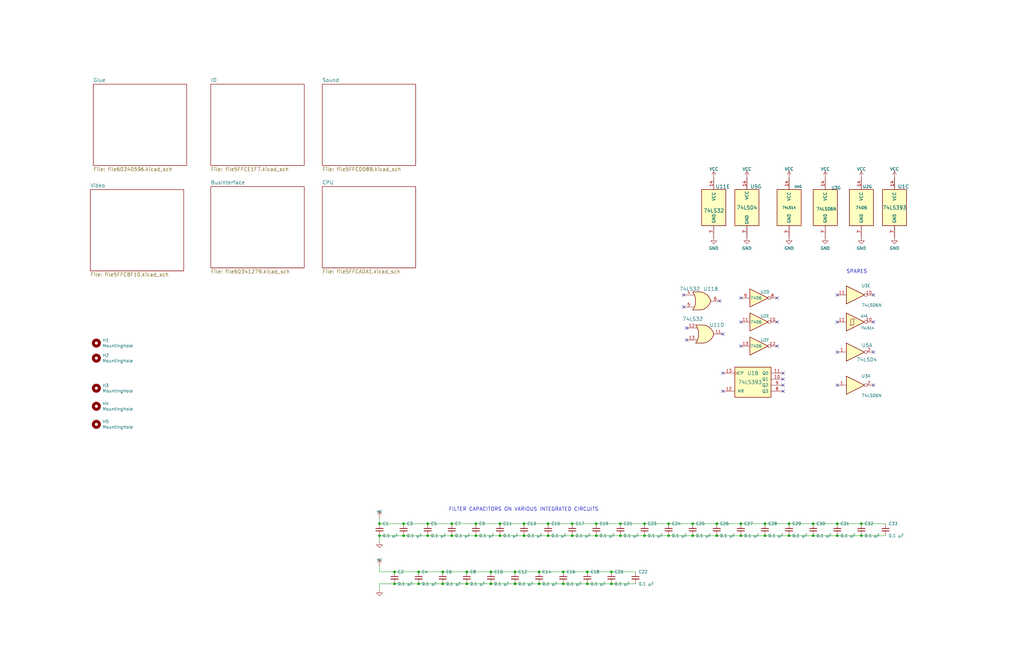
<source format=kicad_sch>
(kicad_sch (version 20211123) (generator eeschema)
  (paper "B")
  (title_block (date "23 jan 2013"))
  (lib_symbols
    (symbol "74xx:74LS04"
      (property "Reference" "U" (at 0 1.27 0))
      (property "Value" "74LS04" (at 0 -1.27 0))
      (symbol "74LS04_1_0"
        (polyline (pts (xy -3.81 3.81) (xy -3.81 -3.81) (xy 3.81 0) (xy -3.81 3.81)) (stroke (width 0.254)) (fill (type background)))
        (pin input line (at -7.62 0 0) (length 3.81) (name "~") (number "1"))
        (pin output inverted (at 7.62 0 180) (length 3.81) (name "~") (number "2"))
      )
      (symbol "74LS04_2_0"
        (polyline (pts (xy -3.81 3.81) (xy -3.81 -3.81) (xy 3.81 0) (xy -3.81 3.81)) (stroke (width 0.254)) (fill (type background)))
        (pin input line (at -7.62 0 0) (length 3.81) (name "~") (number "3"))
        (pin output inverted (at 7.62 0 180) (length 3.81) (name "~") (number "4"))
      )
      (symbol "74LS04_3_0"
        (polyline (pts (xy -3.81 3.81) (xy -3.81 -3.81) (xy 3.81 0) (xy -3.81 3.81)) (stroke (width 0.254)) (fill (type background)))
        (pin input line (at -7.62 0 0) (length 3.81) (name "~") (number "5"))
        (pin output inverted (at 7.62 0 180) (length 3.81) (name "~") (number "6"))
      )
      (symbol "74LS04_4_0"
        (polyline (pts (xy -3.81 3.81) (xy -3.81 -3.81) (xy 3.81 0) (xy -3.81 3.81)) (stroke (width 0.254)) (fill (type background)))
        (pin output inverted (at 7.62 0 180) (length 3.81) (name "~") (number "8"))
        (pin input line (at -7.62 0 0) (length 3.81) (name "~") (number "9"))
      )
      (symbol "74LS04_5_0"
        (polyline (pts (xy -3.81 3.81) (xy -3.81 -3.81) (xy 3.81 0) (xy -3.81 3.81)) (stroke (width 0.254)) (fill (type background)))
        (pin output inverted (at 7.62 0 180) (length 3.81) (name "~") (number "10"))
        (pin input line (at -7.62 0 0) (length 3.81) (name "~") (number "11"))
      )
      (symbol "74LS04_6_0"
        (polyline (pts (xy -3.81 3.81) (xy -3.81 -3.81) (xy 3.81 0) (xy -3.81 3.81)) (stroke (width 0.254)) (fill (type background)))
        (pin output inverted (at 7.62 0 180) (length 3.81) (name "~") (number "12"))
        (pin input line (at -7.62 0 0) (length 3.81) (name "~") (number "13"))
      )
      (symbol "74LS04_7_0"
        (pin power_in line (at 0 12.7 270) (length 5.08) (name "VCC") (number "14"))
        (pin power_in line (at 0 -12.7 90) (length 5.08) (name "GND") (number "7"))
      )
      (symbol "74LS04_7_1"
        (rectangle (start -5.08 7.62) (end 5.08 -7.62) (stroke (width 0.254)) (fill (type background)))
      )
    )
    (symbol "74xx:74LS06N" (pin_names (offset 1.016))
      (property "Reference" "U" (at 0 1.27 0))
      (property "Value" "74LS06N" (at 0 -1.27 0))
      (symbol "74LS06N_1_0"
        (polyline (pts (xy -3.81 3.81) (xy -3.81 -3.81) (xy 3.81 0) (xy -3.81 3.81)) (stroke (width 0.254)) (fill (type background)))
        (pin input line (at -7.62 0 0) (length 3.81) (name "~") (number "1"))
        (pin open_collector inverted (at 7.62 0 180) (length 3.81) (name "~") (number "2"))
      )
      (symbol "74LS06N_2_0"
        (polyline (pts (xy -3.81 3.81) (xy -3.81 -3.81) (xy 3.81 0) (xy -3.81 3.81)) (stroke (width 0.254)) (fill (type background)))
        (pin input line (at -7.62 0 0) (length 3.81) (name "~") (number "3"))
        (pin open_collector inverted (at 7.62 0 180) (length 3.81) (name "~") (number "4"))
      )
      (symbol "74LS06N_3_0"
        (polyline (pts (xy -3.81 3.81) (xy -3.81 -3.81) (xy 3.81 0) (xy -3.81 3.81)) (stroke (width 0.254)) (fill (type background)))
        (pin input line (at -7.62 0 0) (length 3.81) (name "~") (number "5"))
        (pin open_collector inverted (at 7.62 0 180) (length 3.81) (name "~") (number "6"))
      )
      (symbol "74LS06N_4_0"
        (polyline (pts (xy -3.81 3.81) (xy -3.81 -3.81) (xy 3.81 0) (xy -3.81 3.81)) (stroke (width 0.254)) (fill (type background)))
        (pin open_collector inverted (at 7.62 0 180) (length 3.81) (name "~") (number "8"))
        (pin input line (at -7.62 0 0) (length 3.81) (name "~") (number "9"))
      )
      (symbol "74LS06N_5_0"
        (polyline (pts (xy -3.81 3.81) (xy -3.81 -3.81) (xy 3.81 0) (xy -3.81 3.81)) (stroke (width 0.254)) (fill (type background)))
        (pin open_collector inverted (at 7.62 0 180) (length 3.81) (name "~") (number "10"))
        (pin input line (at -7.62 0 0) (length 3.81) (name "~") (number "11"))
      )
      (symbol "74LS06N_6_0"
        (polyline (pts (xy -3.81 3.81) (xy -3.81 -3.81) (xy 3.81 0) (xy -3.81 3.81)) (stroke (width 0.254)) (fill (type background)))
        (pin open_collector inverted (at 7.62 0 180) (length 3.81) (name "~") (number "12"))
        (pin input line (at -7.62 0 0) (length 3.81) (name "~") (number "13"))
      )
      (symbol "74LS06N_7_0"
        (pin power_in line (at 0 12.7 270) (length 5.08) (name "VCC") (number "14"))
        (pin power_in line (at 0 -12.7 90) (length 5.08) (name "GND") (number "7"))
      )
      (symbol "74LS06N_7_1"
        (rectangle (start -5.08 7.62) (end 5.08 -7.62) (stroke (width 0.254)) (fill (type background)))
      )
    )
    (symbol "74xx:74LS14" (pin_names (offset 1.016))
      (property "Reference" "U" (at 0 1.27 0))
      (property "Value" "74LS14" (at 0 -1.27 0))
      (symbol "74LS14_1_0"
        (polyline (pts (xy -3.81 3.81) (xy -3.81 -3.81) (xy 3.81 0) (xy -3.81 3.81)) (stroke (width 0.254)) (fill (type background)))
        (pin input line (at -7.62 0 0) (length 3.81) (name "~") (number "1"))
        (pin output inverted (at 7.62 0 180) (length 3.81) (name "~") (number "2"))
      )
      (symbol "74LS14_1_1"
        (polyline (pts (xy -1.905 -1.27) (xy -1.905 1.27) (xy -0.635 1.27)))
        (polyline (pts (xy -2.54 -1.27) (xy -0.635 -1.27) (xy -0.635 1.27) (xy 0 1.27)))
      )
      (symbol "74LS14_2_0"
        (polyline (pts (xy -3.81 3.81) (xy -3.81 -3.81) (xy 3.81 0) (xy -3.81 3.81)) (stroke (width 0.254)) (fill (type background)))
        (pin input line (at -7.62 0 0) (length 3.81) (name "~") (number "3"))
        (pin output inverted (at 7.62 0 180) (length 3.81) (name "~") (number "4"))
      )
      (symbol "74LS14_2_1"
        (polyline (pts (xy -1.905 -1.27) (xy -1.905 1.27) (xy -0.635 1.27)))
        (polyline (pts (xy -2.54 -1.27) (xy -0.635 -1.27) (xy -0.635 1.27) (xy 0 1.27)))
      )
      (symbol "74LS14_3_0"
        (polyline (pts (xy -3.81 3.81) (xy -3.81 -3.81) (xy 3.81 0) (xy -3.81 3.81)) (stroke (width 0.254)) (fill (type background)))
        (pin input line (at -7.62 0 0) (length 3.81) (name "~") (number "5"))
        (pin output inverted (at 7.62 0 180) (length 3.81) (name "~") (number "6"))
      )
      (symbol "74LS14_3_1"
        (polyline (pts (xy -1.905 -1.27) (xy -1.905 1.27) (xy -0.635 1.27)))
        (polyline (pts (xy -2.54 -1.27) (xy -0.635 -1.27) (xy -0.635 1.27) (xy 0 1.27)))
      )
      (symbol "74LS14_4_0"
        (polyline (pts (xy -3.81 3.81) (xy -3.81 -3.81) (xy 3.81 0) (xy -3.81 3.81)) (stroke (width 0.254)) (fill (type background)))
        (pin output inverted (at 7.62 0 180) (length 3.81) (name "~") (number "8"))
        (pin input line (at -7.62 0 0) (length 3.81) (name "~") (number "9"))
      )
      (symbol "74LS14_4_1"
        (polyline (pts (xy -1.905 -1.27) (xy -1.905 1.27) (xy -0.635 1.27)))
        (polyline (pts (xy -2.54 -1.27) (xy -0.635 -1.27) (xy -0.635 1.27) (xy 0 1.27)))
      )
      (symbol "74LS14_5_0"
        (polyline (pts (xy -3.81 3.81) (xy -3.81 -3.81) (xy 3.81 0) (xy -3.81 3.81)) (stroke (width 0.254)) (fill (type background)))
        (pin output inverted (at 7.62 0 180) (length 3.81) (name "~") (number "10"))
        (pin input line (at -7.62 0 0) (length 3.81) (name "~") (number "11"))
      )
      (symbol "74LS14_5_1"
        (polyline (pts (xy -1.905 -1.27) (xy -1.905 1.27) (xy -0.635 1.27)))
        (polyline (pts (xy -2.54 -1.27) (xy -0.635 -1.27) (xy -0.635 1.27) (xy 0 1.27)))
      )
      (symbol "74LS14_6_0"
        (polyline (pts (xy -3.81 3.81) (xy -3.81 -3.81) (xy 3.81 0) (xy -3.81 3.81)) (stroke (width 0.254)) (fill (type background)))
        (pin output inverted (at 7.62 0 180) (length 3.81) (name "~") (number "12"))
        (pin input line (at -7.62 0 0) (length 3.81) (name "~") (number "13"))
      )
      (symbol "74LS14_6_1"
        (polyline (pts (xy -1.905 -1.27) (xy -1.905 1.27) (xy -0.635 1.27)))
        (polyline (pts (xy -2.54 -1.27) (xy -0.635 -1.27) (xy -0.635 1.27) (xy 0 1.27)))
      )
      (symbol "74LS14_7_0"
        (pin power_in line (at 0 12.7 270) (length 5.08) (name "VCC") (number "14"))
        (pin power_in line (at 0 -12.7 90) (length 5.08) (name "GND") (number "7"))
      )
      (symbol "74LS14_7_1"
        (rectangle (start -5.08 7.62) (end 5.08 -7.62) (stroke (width 0.254)) (fill (type background)))
      )
    )
    (symbol "74xx:74LS32" (pin_names (offset 1.016))
      (property "Reference" "U" (at 0 1.27 0))
      (property "Value" "74LS32" (at 0 -1.27 0))
      (symbol "74LS32_1_1"
        (arc (start -3.81 -3.81) (mid -2.589 0) (end -3.81 3.81) (stroke (width 0.254)))
        (arc (start -0.6096 -3.81) (mid 2.1855 -2.584) (end 3.81 0) (stroke (width 0.254)) (fill (type background)))
        (polyline (pts (xy -3.81 -3.81) (xy -0.635 -3.81)) (stroke (width 0.254)) (fill (type background)))
        (polyline (pts (xy -3.81 3.81) (xy -0.635 3.81)) (stroke (width 0.254)) (fill (type background)))
        (polyline (pts (xy -0.635 3.81) (xy -3.81 3.81) (xy -3.81 3.81) (xy -3.556 3.4036) (xy -3.0226 2.2606) (xy -2.6924 1.0414) (xy -2.6162 -0.254) (xy -2.7686 -1.4986) (xy -3.175 -2.7178) (xy -3.81 -3.81) (xy -3.81 -3.81) (xy -0.635 -3.81)) (stroke (width -25.4)) (fill (type background)))
        (arc (start 3.81 0) (mid 2.1928 2.5925) (end -0.6096 3.81) (stroke (width 0.254)) (fill (type background)))
        (pin input line (at -7.62 2.54 0) (length 4.318) (name "~") (number "1"))
        (pin input line (at -7.62 -2.54 0) (length 4.318) (name "~") (number "2"))
        (pin output line (at 7.62 0 180) (length 3.81) (name "~") (number "3"))
      )
      (symbol "74LS32_1_2"
        (arc (start 0 -3.81) (mid 3.81 0) (end 0 3.81) (stroke (width 0.254)) (fill (type background)))
        (polyline (pts (xy 0 3.81) (xy -3.81 3.81) (xy -3.81 -3.81) (xy 0 -3.81)) (stroke (width 0.254)) (fill (type background)))
        (pin input inverted (at -7.62 2.54 0) (length 3.81) (name "~") (number "1"))
        (pin input inverted (at -7.62 -2.54 0) (length 3.81) (name "~") (number "2"))
        (pin output inverted (at 7.62 0 180) (length 3.81) (name "~") (number "3"))
      )
      (symbol "74LS32_2_1"
        (arc (start -3.81 -3.81) (mid -2.589 0) (end -3.81 3.81) (stroke (width 0.254)))
        (arc (start -0.6096 -3.81) (mid 2.1855 -2.584) (end 3.81 0) (stroke (width 0.254)) (fill (type background)))
        (polyline (pts (xy -3.81 -3.81) (xy -0.635 -3.81)) (stroke (width 0.254)) (fill (type background)))
        (polyline (pts (xy -3.81 3.81) (xy -0.635 3.81)) (stroke (width 0.254)) (fill (type background)))
        (polyline (pts (xy -0.635 3.81) (xy -3.81 3.81) (xy -3.81 3.81) (xy -3.556 3.4036) (xy -3.0226 2.2606) (xy -2.6924 1.0414) (xy -2.6162 -0.254) (xy -2.7686 -1.4986) (xy -3.175 -2.7178) (xy -3.81 -3.81) (xy -3.81 -3.81) (xy -0.635 -3.81)) (stroke (width -25.4)) (fill (type background)))
        (arc (start 3.81 0) (mid 2.1928 2.5925) (end -0.6096 3.81) (stroke (width 0.254)) (fill (type background)))
        (pin input line (at -7.62 2.54 0) (length 4.318) (name "~") (number "4"))
        (pin input line (at -7.62 -2.54 0) (length 4.318) (name "~") (number "5"))
        (pin output line (at 7.62 0 180) (length 3.81) (name "~") (number "6"))
      )
      (symbol "74LS32_2_2"
        (arc (start 0 -3.81) (mid 3.81 0) (end 0 3.81) (stroke (width 0.254)) (fill (type background)))
        (polyline (pts (xy 0 3.81) (xy -3.81 3.81) (xy -3.81 -3.81) (xy 0 -3.81)) (stroke (width 0.254)) (fill (type background)))
        (pin input inverted (at -7.62 2.54 0) (length 3.81) (name "~") (number "4"))
        (pin input inverted (at -7.62 -2.54 0) (length 3.81) (name "~") (number "5"))
        (pin output inverted (at 7.62 0 180) (length 3.81) (name "~") (number "6"))
      )
      (symbol "74LS32_3_1"
        (arc (start -3.81 -3.81) (mid -2.589 0) (end -3.81 3.81) (stroke (width 0.254)))
        (arc (start -0.6096 -3.81) (mid 2.1855 -2.584) (end 3.81 0) (stroke (width 0.254)) (fill (type background)))
        (polyline (pts (xy -3.81 -3.81) (xy -0.635 -3.81)) (stroke (width 0.254)) (fill (type background)))
        (polyline (pts (xy -3.81 3.81) (xy -0.635 3.81)) (stroke (width 0.254)) (fill (type background)))
        (polyline (pts (xy -0.635 3.81) (xy -3.81 3.81) (xy -3.81 3.81) (xy -3.556 3.4036) (xy -3.0226 2.2606) (xy -2.6924 1.0414) (xy -2.6162 -0.254) (xy -2.7686 -1.4986) (xy -3.175 -2.7178) (xy -3.81 -3.81) (xy -3.81 -3.81) (xy -0.635 -3.81)) (stroke (width -25.4)) (fill (type background)))
        (arc (start 3.81 0) (mid 2.1928 2.5925) (end -0.6096 3.81) (stroke (width 0.254)) (fill (type background)))
        (pin input line (at -7.62 -2.54 0) (length 4.318) (name "~") (number "10"))
        (pin output line (at 7.62 0 180) (length 3.81) (name "~") (number "8"))
        (pin input line (at -7.62 2.54 0) (length 4.318) (name "~") (number "9"))
      )
      (symbol "74LS32_3_2"
        (arc (start 0 -3.81) (mid 3.81 0) (end 0 3.81) (stroke (width 0.254)) (fill (type background)))
        (polyline (pts (xy 0 3.81) (xy -3.81 3.81) (xy -3.81 -3.81) (xy 0 -3.81)) (stroke (width 0.254)) (fill (type background)))
        (pin input inverted (at -7.62 -2.54 0) (length 3.81) (name "~") (number "10"))
        (pin output inverted (at 7.62 0 180) (length 3.81) (name "~") (number "8"))
        (pin input inverted (at -7.62 2.54 0) (length 3.81) (name "~") (number "9"))
      )
      (symbol "74LS32_4_1"
        (arc (start -3.81 -3.81) (mid -2.589 0) (end -3.81 3.81) (stroke (width 0.254)))
        (arc (start -0.6096 -3.81) (mid 2.1855 -2.584) (end 3.81 0) (stroke (width 0.254)) (fill (type background)))
        (polyline (pts (xy -3.81 -3.81) (xy -0.635 -3.81)) (stroke (width 0.254)) (fill (type background)))
        (polyline (pts (xy -3.81 3.81) (xy -0.635 3.81)) (stroke (width 0.254)) (fill (type background)))
        (polyline (pts (xy -0.635 3.81) (xy -3.81 3.81) (xy -3.81 3.81) (xy -3.556 3.4036) (xy -3.0226 2.2606) (xy -2.6924 1.0414) (xy -2.6162 -0.254) (xy -2.7686 -1.4986) (xy -3.175 -2.7178) (xy -3.81 -3.81) (xy -3.81 -3.81) (xy -0.635 -3.81)) (stroke (width -25.4)) (fill (type background)))
        (arc (start 3.81 0) (mid 2.1928 2.5925) (end -0.6096 3.81) (stroke (width 0.254)) (fill (type background)))
        (pin output line (at 7.62 0 180) (length 3.81) (name "~") (number "11"))
        (pin input line (at -7.62 2.54 0) (length 4.318) (name "~") (number "12"))
        (pin input line (at -7.62 -2.54 0) (length 4.318) (name "~") (number "13"))
      )
      (symbol "74LS32_4_2"
        (arc (start 0 -3.81) (mid 3.81 0) (end 0 3.81) (stroke (width 0.254)) (fill (type background)))
        (polyline (pts (xy 0 3.81) (xy -3.81 3.81) (xy -3.81 -3.81) (xy 0 -3.81)) (stroke (width 0.254)) (fill (type background)))
        (pin output inverted (at 7.62 0 180) (length 3.81) (name "~") (number "11"))
        (pin input inverted (at -7.62 2.54 0) (length 3.81) (name "~") (number "12"))
        (pin input inverted (at -7.62 -2.54 0) (length 3.81) (name "~") (number "13"))
      )
      (symbol "74LS32_5_0"
        (pin power_in line (at 0 12.7 270) (length 5.08) (name "VCC") (number "14"))
        (pin power_in line (at 0 -12.7 90) (length 5.08) (name "GND") (number "7"))
      )
      (symbol "74LS32_5_1"
        (rectangle (start -5.08 7.62) (end 5.08 -7.62) (stroke (width 0.254)) (fill (type background)))
      )
    )
    (symbol "74xx:74LS393" (pin_names (offset 1.016))
      (property "Reference" "U" (at -7.62 8.89 0))
      (property "Value" "74LS393" (at -7.62 -8.89 0))
      (symbol "74LS393_1_0"
        (pin input clock (at -12.7 2.54 0) (length 5.08) (name "CP") (number "1"))
        (pin input line (at -12.7 -5.08 0) (length 5.08) (name "MR") (number "2"))
        (pin output line (at 12.7 2.54 180) (length 5.08) (name "Q0") (number "3"))
        (pin output line (at 12.7 0 180) (length 5.08) (name "Q1") (number "4"))
        (pin output line (at 12.7 -2.54 180) (length 5.08) (name "Q2") (number "5"))
        (pin output line (at 12.7 -5.08 180) (length 5.08) (name "Q3") (number "6"))
      )
      (symbol "74LS393_1_1"
        (rectangle (start -7.62 5.08) (end 7.62 -7.62) (stroke (width 0.254)) (fill (type background)))
      )
      (symbol "74LS393_2_0"
        (pin output line (at 12.7 0 180) (length 5.08) (name "Q1") (number "10"))
        (pin output line (at 12.7 2.54 180) (length 5.08) (name "Q0") (number "11"))
        (pin input line (at -12.7 -5.08 0) (length 5.08) (name "MR") (number "12"))
        (pin input clock (at -12.7 2.54 0) (length 5.08) (name "CP") (number "13"))
        (pin output line (at 12.7 -5.08 180) (length 5.08) (name "Q3") (number "8"))
        (pin output line (at 12.7 -2.54 180) (length 5.08) (name "Q2") (number "9"))
      )
      (symbol "74LS393_2_1"
        (rectangle (start -7.62 5.08) (end 7.62 -7.62) (stroke (width 0.254)) (fill (type background)))
      )
      (symbol "74LS393_3_0"
        (pin power_in line (at 0 12.7 270) (length 5.08) (name "VCC") (number "14"))
        (pin power_in line (at 0 -12.7 90) (length 5.08) (name "GND") (number "7"))
      )
      (symbol "74LS393_3_1"
        (rectangle (start -5.08 7.62) (end 5.08 -7.62) (stroke (width 0.254)) (fill (type background)))
      )
    )
    (symbol "Device:C_Small" (pin_numbers hide) (pin_names (offset 0.254) hide)
      (property "Reference" "C" (at 0.254 1.778 0))
      (property "Value" "C_Small" (at 0.254 -2.032 0))
      (symbol "C_Small_0_1"
        (polyline (pts (xy -1.524 -0.508) (xy 1.524 -0.508)) (stroke (width 0.3302)))
        (polyline (pts (xy -1.524 0.508) (xy 1.524 0.508)) (stroke (width 0.3048)))
      )
      (symbol "C_Small_1_1"
        (pin passive line (at 0 2.54 270) (length 2.032) (name "~") (number "1"))
        (pin passive line (at 0 -2.54 90) (length 2.032) (name "~") (number "2"))
      )
    )
    (symbol "Mechanical:MountingHole" (pin_names (offset 1.016))
      (property "Reference" "H" (at 0 5.08 0))
      (property "Value" "MountingHole" (at 0 3.175 0))
      (symbol "MountingHole_0_1"
        (circle (center 0 0) (radius 1.27) (stroke (width 1.27)))
      )
    )
    (symbol "power:GND" (power) (pin_names (offset 0))
      (property "Value" "GND" (at 0 -3.81 0))
      (symbol "GND_0_1"
        (polyline (pts (xy 0 0) (xy 0 -1.27) (xy 1.27 -1.27) (xy 0 -2.54) (xy -1.27 -1.27) (xy 0 -1.27)))
      )
      (symbol "GND_1_1"
        (pin power_in line (at 0 0 270) (length 0) hide (name "GND") (number "1"))
      )
    )
    (symbol "power:VCC" (power) (pin_names (offset 0))
      (property "Value" "VCC" (at 0 3.81 0))
      (symbol "VCC_0_1"
        (polyline (pts (xy -0.762 1.27) (xy 0 2.54)))
        (polyline (pts (xy 0 0) (xy 0 2.54)))
        (polyline (pts (xy 0 2.54) (xy 0.762 1.27)))
      )
      (symbol "VCC_1_1"
        (pin power_in line (at 0 0 90) (length 0) hide (name "VCC") (number "1"))
      )
    )
  )
  (junction (at 196.85 241.3))
  (junction (at 353.06 220.98))
  (junction (at 231.14 220.98))
  (junction (at 353.06 226.06))
  (junction (at 241.3 220.98))
  (junction (at 292.1 220.98))
  (junction (at 241.3 226.06))
  (junction (at 332.74 226.06))
  (junction (at 176.53 241.3))
  (junction (at 166.37 241.3))
  (junction (at 220.98 220.98))
  (junction (at 207.01 241.3))
  (junction (at 160.02 220.98))
  (junction (at 190.5 220.98))
  (junction (at 363.22 220.98))
  (junction (at 271.78 220.98))
  (junction (at 220.98 226.06))
  (junction (at 200.66 226.06))
  (junction (at 217.17 241.3))
  (junction (at 312.42 226.06))
  (junction (at 160.02 226.06))
  (junction (at 210.82 220.98))
  (junction (at 281.94 220.98))
  (junction (at 251.46 226.06))
  (junction (at 342.9 226.06))
  (junction (at 186.69 246.38))
  (junction (at 231.14 226.06))
  (junction (at 342.9 220.98))
  (junction (at 251.46 220.98))
  (junction (at 312.42 220.98))
  (junction (at 257.81 241.3))
  (junction (at 332.74 220.98))
  (junction (at 227.33 241.3))
  (junction (at 170.18 220.98))
  (junction (at 247.65 246.38))
  (junction (at 292.1 226.06))
  (junction (at 200.66 220.98))
  (junction (at 176.53 246.38))
  (junction (at 210.82 226.06))
  (junction (at 207.01 246.38))
  (junction (at 302.26 226.06))
  (junction (at 237.49 246.38))
  (junction (at 281.94 226.06))
  (junction (at 166.37 246.38))
  (junction (at 237.49 241.3))
  (junction (at 180.34 226.06))
  (junction (at 261.62 226.06))
  (junction (at 322.58 226.06))
  (junction (at 363.22 226.06))
  (junction (at 322.58 220.98))
  (junction (at 227.33 246.38))
  (junction (at 271.78 226.06))
  (junction (at 261.62 220.98))
  (junction (at 190.5 226.06))
  (junction (at 170.18 226.06))
  (junction (at 257.81 246.38))
  (junction (at 217.17 246.38))
  (junction (at 247.65 241.3))
  (junction (at 186.69 241.3))
  (junction (at 180.34 220.98))
  (junction (at 302.26 220.98))
  (junction (at 196.85 246.38))
  (no_connect (at 304.8 157.48))
  (no_connect (at 288.29 129.54))
  (no_connect (at 289.56 138.43))
  (no_connect (at 289.56 143.51))
  (no_connect (at 288.29 124.46))
  (no_connect (at 303.53 127))
  (no_connect (at 304.8 140.97))
  (no_connect (at 368.3 162.56))
  (no_connect (at 330.2 157.48))
  (no_connect (at 312.42 125.73))
  (no_connect (at 353.06 135.89))
  (no_connect (at 330.2 160.02))
  (no_connect (at 312.42 135.89))
  (no_connect (at 353.06 148.59))
  (no_connect (at 312.42 146.05))
  (no_connect (at 327.66 125.73))
  (no_connect (at 368.3 124.46))
  (no_connect (at 304.8 165.1))
  (no_connect (at 353.06 162.56))
  (no_connect (at 327.66 135.89))
  (no_connect (at 327.66 146.05))
  (no_connect (at 330.2 162.56))
  (no_connect (at 330.2 165.1))
  (no_connect (at 368.3 148.59))
  (no_connect (at 368.3 135.89))
  (no_connect (at 353.06 124.46))
  (wire (pts (xy 302.26 220.98) (xy 312.42 220.98)))
  (wire (pts (xy 231.14 220.98) (xy 241.3 220.98)))
  (wire (pts (xy 180.34 226.06) (xy 190.5 226.06)))
  (wire (pts (xy 166.37 241.3) (xy 176.53 241.3)))
  (wire (pts (xy 190.5 220.98) (xy 200.66 220.98)))
  (wire (pts (xy 322.58 220.98) (xy 332.74 220.98)))
  (wire (pts (xy 281.94 226.06) (xy 292.1 226.06)))
  (wire (pts (xy 353.06 226.06) (xy 363.22 226.06)))
  (wire (pts (xy 353.06 220.98) (xy 363.22 220.98)))
  (wire (pts (xy 180.34 220.98) (xy 190.5 220.98)))
  (wire (pts (xy 292.1 220.98) (xy 302.26 220.98)))
  (wire (pts (xy 237.49 246.38) (xy 247.65 246.38)))
  (wire (pts (xy 210.82 220.98) (xy 220.98 220.98)))
  (wire (pts (xy 271.78 220.98) (xy 281.94 220.98)))
  (wire (pts (xy 160.02 226.06) (xy 170.18 226.06)))
  (wire (pts (xy 160.02 220.98) (xy 170.18 220.98)))
  (wire (pts (xy 322.58 226.06) (xy 332.74 226.06)))
  (wire (pts (xy 247.65 246.38) (xy 257.81 246.38)))
  (wire (pts (xy 363.22 226.06) (xy 373.38 226.06)))
  (wire (pts (xy 281.94 220.98) (xy 292.1 220.98)))
  (wire (pts (xy 363.22 220.98) (xy 373.38 220.98)))
  (wire (pts (xy 196.85 241.3) (xy 207.01 241.3)))
  (wire (pts (xy 231.14 226.06) (xy 241.3 226.06)))
  (wire (pts (xy 251.46 226.06) (xy 261.62 226.06)))
  (wire (pts (xy 207.01 246.38) (xy 217.17 246.38)))
  (wire (pts (xy 220.98 220.98) (xy 231.14 220.98)))
  (wire (pts (xy 241.3 226.06) (xy 251.46 226.06)))
  (wire (pts (xy 237.49 241.3) (xy 247.65 241.3)))
  (wire (pts (xy 261.62 220.98) (xy 271.78 220.98)))
  (wire (pts (xy 200.66 220.98) (xy 210.82 220.98)))
  (wire (pts (xy 217.17 246.38) (xy 227.33 246.38)))
  (wire (pts (xy 257.81 246.38) (xy 267.97 246.38)))
  (wire (pts (xy 160.02 246.38) (xy 160.02 248.92)))
  (wire (pts (xy 166.37 246.38) (xy 176.53 246.38)))
  (wire (pts (xy 207.01 241.3) (xy 217.17 241.3)))
  (wire (pts (xy 332.74 220.98) (xy 342.9 220.98)))
  (wire (pts (xy 292.1 226.06) (xy 302.26 226.06)))
  (wire (pts (xy 302.26 226.06) (xy 312.42 226.06)))
  (wire (pts (xy 170.18 220.98) (xy 180.34 220.98)))
  (wire (pts (xy 196.85 246.38) (xy 207.01 246.38)))
  (wire (pts (xy 200.66 226.06) (xy 210.82 226.06)))
  (wire (pts (xy 251.46 220.98) (xy 261.62 220.98)))
  (wire (pts (xy 176.53 241.3) (xy 186.69 241.3)))
  (wire (pts (xy 241.3 220.98) (xy 251.46 220.98)))
  (wire (pts (xy 312.42 220.98) (xy 322.58 220.98)))
  (wire (pts (xy 220.98 226.06) (xy 231.14 226.06)))
  (wire (pts (xy 160.02 238.76) (xy 160.02 241.3)))
  (wire (pts (xy 160.02 241.3) (xy 166.37 241.3)))
  (wire (pts (xy 227.33 246.38) (xy 237.49 246.38)))
  (wire (pts (xy 332.74 226.06) (xy 342.9 226.06)))
  (wire (pts (xy 271.78 226.06) (xy 281.94 226.06)))
  (wire (pts (xy 342.9 226.06) (xy 353.06 226.06)))
  (wire (pts (xy 186.69 241.3) (xy 196.85 241.3)))
  (wire (pts (xy 176.53 246.38) (xy 186.69 246.38)))
  (wire (pts (xy 217.17 241.3) (xy 227.33 241.3)))
  (wire (pts (xy 312.42 226.06) (xy 322.58 226.06)))
  (wire (pts (xy 247.65 241.3) (xy 257.81 241.3)))
  (wire (pts (xy 227.33 241.3) (xy 237.49 241.3)))
  (wire (pts (xy 342.9 220.98) (xy 353.06 220.98)))
  (wire (pts (xy 170.18 226.06) (xy 180.34 226.06)))
  (wire (pts (xy 190.5 226.06) (xy 200.66 226.06)))
  (wire (pts (xy 257.81 241.3) (xy 267.97 241.3)))
  (wire (pts (xy 261.62 226.06) (xy 271.78 226.06)))
  (wire (pts (xy 210.82 226.06) (xy 220.98 226.06)))
  (wire (pts (xy 160.02 246.38) (xy 166.37 246.38)))
  (wire (pts (xy 160.02 226.06) (xy 160.02 228.6)))
  (wire (pts (xy 160.02 218.44) (xy 160.02 220.98)))
  (wire (pts (xy 186.69 246.38) (xy 196.85 246.38)))
  (text "FILTER CAPACITORS ON VARIOUS INTEGRATED CIRCUITS" (at 189.23 215.9 0) (effects (font (size 1.524 1.524)) (justify left bottom)))
  (text "SPARES" (at 356.87 115.57 0) (effects (font (size 1.524 1.524)) (justify left bottom)))
  (symbol (lib_id "Device:C_Small") (at 180.34 223.52 0) (unit 1)
    (property "Reference" "C5" (at 181.61 220.98 0) (effects (justify left)))
    (property "Value" "0.1 µF" (at 181.61 226.06 0) (effects (justify left)))
    (property "Footprint" "Capacitor_THT:C_Rect_L7.0mm_W2.0mm_P5.00mm" (effects hide))
  )
  (symbol (lib_id "Device:C_Small") (at 190.5 223.52 0) (unit 1)
    (property "Reference" "C7" (at 191.77 220.98 0) (effects (justify left)))
    (property "Value" "0.1 µF" (at 191.77 226.06 0) (effects (justify left)))
    (property "Footprint" "Capacitor_THT:C_Rect_L7.0mm_W2.0mm_P5.00mm" (effects hide))
  )
  (symbol (lib_id "Device:C_Small") (at 200.66 223.52 0) (unit 1)
    (property "Reference" "C9" (at 201.93 220.98 0) (effects (justify left)))
    (property "Value" "0.1 µF" (at 201.93 226.06 0) (effects (justify left)))
    (property "Footprint" "Capacitor_THT:C_Rect_L7.0mm_W2.0mm_P5.00mm" (effects hide))
  )
  (symbol (lib_id "Device:C_Small") (at 170.18 223.52 0) (unit 1)
    (property "Reference" "C3" (at 171.45 220.98 0) (effects (justify left)))
    (property "Value" "0.1 µF" (at 171.45 226.06 0) (effects (justify left)))
    (property "Footprint" "Capacitor_THT:C_Rect_L7.0mm_W2.0mm_P5.00mm" (effects hide))
  )
  (symbol (lib_id "power:VCC") (at 160.02 218.44 0) (unit 1)
    (property "Reference" "#PWR01" (effects hide))
    (property "Value" "VCC" (at 160.02 215.9 0) (effects (font (size 0.762 0.762))))
  )
  (symbol (lib_id "power:GND") (at 160.02 228.6 0) (unit 1)
    (property "Reference" "#PWR02" (effects hide))
    (property "Value" "GND" (effects hide))
  )
  (symbol (lib_id "Device:C_Small") (at 231.14 223.52 0) (unit 1)
    (property "Reference" "C15" (at 232.41 220.98 0) (effects (justify left)))
    (property "Value" "0.1 µF" (at 232.41 226.06 0) (effects (justify left)))
    (property "Footprint" "Capacitor_THT:C_Rect_L7.0mm_W2.0mm_P5.00mm" (effects hide))
  )
  (symbol (lib_id "Device:C_Small") (at 241.3 223.52 0) (unit 1)
    (property "Reference" "C17" (at 242.57 220.98 0) (effects (justify left)))
    (property "Value" "0.1 µF" (at 242.57 226.06 0) (effects (justify left)))
    (property "Footprint" "Capacitor_THT:C_Rect_L7.0mm_W2.0mm_P5.00mm" (effects hide))
  )
  (symbol (lib_id "Device:C_Small") (at 210.82 223.52 0) (unit 1)
    (property "Reference" "C11" (at 212.09 220.98 0) (effects (justify left)))
    (property "Value" "0.1 µF" (at 212.09 226.06 0) (effects (justify left)))
    (property "Footprint" "Capacitor_THT:C_Rect_L7.0mm_W2.0mm_P5.00mm" (effects hide))
  )
  (symbol (lib_id "Device:C_Small") (at 220.98 223.52 0) (unit 1)
    (property "Reference" "C13" (at 222.25 220.98 0) (effects (justify left)))
    (property "Value" "0.1 µF" (at 222.25 226.06 0) (effects (justify left)))
    (property "Footprint" "Capacitor_THT:C_Rect_L7.0mm_W2.0mm_P5.00mm" (effects hide))
  )
  (symbol (lib_id "Device:C_Small") (at 186.69 243.84 0) (unit 1)
    (property "Reference" "C6" (at 187.96 241.3 0) (effects (justify left)))
    (property "Value" "0.1 µF" (at 187.96 246.38 0) (effects (justify left)))
    (property "Footprint" "Capacitor_THT:C_Rect_L7.0mm_W2.0mm_P5.00mm" (effects hide))
  )
  (symbol (lib_id "Device:C_Small") (at 196.85 243.84 0) (unit 1)
    (property "Reference" "C8" (at 198.12 241.3 0) (effects (justify left)))
    (property "Value" "0.1 µF" (at 198.12 246.38 0) (effects (justify left)))
    (property "Footprint" "Capacitor_THT:C_Rect_L7.0mm_W2.0mm_P5.00mm" (effects hide))
  )
  (symbol (lib_id "Device:C_Small") (at 207.01 243.84 0) (unit 1)
    (property "Reference" "C10" (at 208.28 241.3 0) (effects (justify left)))
    (property "Value" "0.1 µF" (at 208.28 246.38 0) (effects (justify left)))
    (property "Footprint" "Capacitor_THT:C_Rect_L7.0mm_W2.0mm_P5.00mm" (effects hide))
  )
  (symbol (lib_id "Device:C_Small") (at 166.37 243.84 0) (unit 1)
    (property "Reference" "C2" (at 167.64 241.3 0) (effects (justify left)))
    (property "Value" "0.1 µF" (at 167.64 246.38 0) (effects (justify left)))
    (property "Footprint" "Capacitor_THT:C_Rect_L7.0mm_W2.0mm_P5.00mm" (effects hide))
  )
  (symbol (lib_id "Device:C_Small") (at 176.53 243.84 0) (unit 1)
    (property "Reference" "C4" (at 177.8 241.3 0) (effects (justify left)))
    (property "Value" "0.1 µF" (at 177.8 246.38 0) (effects (justify left)))
    (property "Footprint" "Capacitor_THT:C_Rect_L7.0mm_W2.0mm_P5.00mm" (effects hide))
  )
  (symbol (lib_id "power:VCC") (at 160.02 238.76 0) (unit 1)
    (property "Reference" "#PWR03" (effects hide))
    (property "Value" "VCC" (at 160.02 236.22 0) (effects (font (size 0.762 0.762))))
  )
  (symbol (lib_id "power:GND") (at 160.02 248.92 0) (unit 1)
    (property "Reference" "#PWR04" (effects hide))
    (property "Value" "GND" (effects hide))
  )
  (symbol (lib_id "Device:C_Small") (at 237.49 243.84 0) (unit 1)
    (property "Reference" "C16" (at 238.76 241.3 0) (effects (justify left)))
    (property "Value" "0.1 µF" (at 238.76 246.38 0) (effects (justify left)))
    (property "Footprint" "Capacitor_THT:C_Rect_L7.0mm_W2.0mm_P5.00mm" (effects hide))
  )
  (symbol (lib_id "Device:C_Small") (at 257.81 243.84 0) (unit 1)
    (property "Reference" "C20" (at 259.08 241.3 0) (effects (justify left)))
    (property "Value" "0.1 µF" (at 259.08 246.38 0) (effects (justify left)))
    (property "Footprint" "Capacitor_THT:C_Rect_L7.0mm_W2.0mm_P5.00mm" (effects hide))
  )
  (symbol (lib_id "Device:C_Small") (at 217.17 243.84 0) (unit 1)
    (property "Reference" "C12" (at 218.44 241.3 0) (effects (justify left)))
    (property "Value" "0.1 µF" (at 218.44 246.38 0) (effects (justify left)))
    (property "Footprint" "Capacitor_THT:C_Rect_L7.0mm_W2.0mm_P5.00mm" (effects hide))
  )
  (symbol (lib_id "Device:C_Small") (at 251.46 223.52 0) (unit 1)
    (property "Reference" "C19" (at 252.73 220.98 0) (effects (justify left)))
    (property "Value" "0.1 µF" (at 252.73 226.06 0) (effects (justify left)))
    (property "Footprint" "Capacitor_THT:C_Rect_L7.0mm_W2.0mm_P5.00mm" (effects hide))
  )
  (symbol (lib_id "Device:C_Small") (at 267.97 243.84 0) (unit 1)
    (property "Reference" "C22" (at 269.24 241.3 0) (effects (justify left)))
    (property "Value" "0.1 µF" (at 269.24 246.38 0) (effects (justify left)))
    (property "Footprint" "Capacitor_THT:C_Rect_L7.0mm_W2.0mm_P5.00mm" (effects hide))
  )
  (symbol (lib_id "Device:C_Small") (at 292.1 223.52 0) (unit 1)
    (property "Reference" "C25" (at 293.37 220.98 0) (effects (justify left)))
    (property "Value" "0.1 µF" (at 293.37 226.06 0) (effects (justify left)))
    (property "Footprint" "Capacitor_THT:C_Rect_L7.0mm_W2.0mm_P5.00mm" (effects hide))
  )
  (symbol (lib_id "Device:C_Small") (at 160.02 223.52 0) (unit 1)
    (property "Reference" "C1" (at 161.29 220.98 0) (effects (justify left)))
    (property "Value" "0.1 µF" (at 161.29 226.06 0) (effects (justify left)))
    (property "Footprint" "Capacitor_THT:C_Rect_L7.0mm_W2.0mm_P5.00mm" (effects hide))
  )
  (symbol (lib_id "Device:C_Small") (at 271.78 223.52 0) (unit 1)
    (property "Reference" "C23" (at 273.05 220.98 0) (effects (justify left)))
    (property "Value" "0.1 µF" (at 273.05 226.06 0) (effects (justify left)))
    (property "Footprint" "Capacitor_THT:C_Rect_L7.0mm_W2.0mm_P5.00mm" (effects hide))
  )
  (symbol (lib_id "Device:C_Small") (at 281.94 223.52 0) (unit 1)
    (property "Reference" "C24" (at 283.21 220.98 0) (effects (justify left)))
    (property "Value" "0.1 µF" (at 283.21 226.06 0) (effects (justify left)))
    (property "Footprint" "Capacitor_THT:C_Rect_L7.0mm_W2.0mm_P5.00mm" (effects hide))
  )
  (symbol (lib_id "Device:C_Small") (at 261.62 223.52 0) (unit 1)
    (property "Reference" "C21" (at 262.89 220.98 0) (effects (justify left)))
    (property "Value" "0.1 µF" (at 262.89 226.06 0) (effects (justify left)))
    (property "Footprint" "Capacitor_THT:C_Rect_L7.0mm_W2.0mm_P5.00mm" (effects hide))
  )
  (symbol (lib_id "74xx:74LS06N") (at 360.68 124.46 0) (unit 5)
    (property "Reference" "U3" (at 363.22 121.285 0) (effects (justify left bottom)))
    (property "Value" "74LS06N" (at 363.22 129.54 0) (effects (justify left bottom)))
    (property "Footprint" "Package_DIP:DIP-14_W7.62mm_Socket" (effects hide))
    (property "Datasheet" "http://www.ti.com/lit/gpn/sn74LS06N" (effects hide))
  )
  (symbol (lib_id "74xx:74LS14") (at 360.68 135.89 0) (unit 5)
    (property "Reference" "U4" (at 364.49 133.35 0) (effects (font (size 1.016 1.016))))
    (property "Value" "74LS14" (at 365.76 138.43 0) (effects (font (size 1.016 1.016))))
    (property "Footprint" "Package_DIP:DIP-14_W7.62mm_Socket_LongPads" (effects hide))
    (property "Datasheet" "http://www.ti.com/lit/gpn/sn74LS14" (effects hide))
  )
  (symbol (lib_id "74xx:74LS04") (at 360.68 148.59 0) (unit 1)
    (property "Reference" "U5" (at 365.633 145.669 0) (effects (font (size 1.524 1.524))))
    (property "Value" "74LS04" (at 365.506 151.765 0) (effects (font (size 1.524 1.524))))
    (property "Footprint" "Package_DIP:DIP-14_W7.62mm_Socket" (effects hide))
    (property "Datasheet" "http://www.ti.com/lit/gpn/sn74LS04" (effects hide))
  )
  (symbol (lib_id "74xx:74LS393") (at 317.5 160.02 0) (unit 2)
    (property "Reference" "U1" (at 317.5 157.48 0) (effects (font (size 1.524 1.524))))
    (property "Value" "74LS393" (at 316.23 161.29 0) (effects (font (size 1.524 1.524))))
    (property "Footprint" "Package_DIP:DIP-14_W7.62mm_Socket" (effects hide))
    (property "Datasheet" "74xx\\74LS393.pdf" (effects hide))
  )
  (symbol (lib_id "74xx:74LS06N") (at 360.68 162.56 0) (unit 1)
    (property "Reference" "U3" (at 363.22 159.385 0) (effects (justify left bottom)))
    (property "Value" "74LS06N" (at 363.22 167.64 0) (effects (justify left bottom)))
    (property "Footprint" "Package_DIP:DIP-14_W7.62mm_Socket" (effects hide))
    (property "Datasheet" "http://www.ti.com/lit/gpn/sn74LS06N" (effects hide))
  )
  (symbol (lib_id "74xx:74LS06N") (at 320.04 125.73 0) (unit 4)
    (property "Reference" "U2" (at 322.58 123.19 0))
    (property "Value" "7406" (at 318.77 125.73 0))
    (property "Footprint" "Package_DIP:DIP-14_W7.62mm_Socket" (effects hide))
    (property "Datasheet" "http://www.ti.com/lit/gpn/sn74LS06N" (effects hide))
  )
  (symbol (lib_id "74xx:74LS06N") (at 320.04 135.89 0) (unit 5)
    (property "Reference" "U2" (at 322.58 133.35 0))
    (property "Value" "7406" (at 318.77 135.89 0))
    (property "Footprint" "Package_DIP:DIP-14_W7.62mm_Socket" (effects hide))
    (property "Datasheet" "http://www.ti.com/lit/gpn/sn74LS06N" (effects hide))
  )
  (symbol (lib_id "74xx:74LS06N") (at 320.04 146.05 0) (unit 6)
    (property "Reference" "U2" (at 322.58 143.51 0))
    (property "Value" "7406" (at 318.77 146.05 0))
    (property "Footprint" "Package_DIP:DIP-14_W7.62mm_Socket" (effects hide))
    (property "Datasheet" "http://www.ti.com/lit/gpn/sn74LS06N" (effects hide))
  )
  (symbol (lib_id "Device:C_Small") (at 302.26 223.52 0) (unit 1)
    (property "Reference" "C26" (at 303.53 220.98 0) (effects (justify left)))
    (property "Value" "0.1 µF" (at 303.53 226.06 0) (effects (justify left)))
    (property "Footprint" "Capacitor_THT:C_Rect_L7.0mm_W2.0mm_P5.00mm" (effects hide))
  )
  (symbol (lib_id "Device:C_Small") (at 312.42 223.52 0) (unit 1)
    (property "Reference" "C27" (at 313.69 220.98 0) (effects (justify left)))
    (property "Value" "0.1 µF" (at 313.69 226.06 0) (effects (justify left)))
    (property "Footprint" "Capacitor_THT:C_Rect_L7.0mm_W2.0mm_P5.00mm" (effects hide))
  )
  (symbol (lib_id "Device:C_Small") (at 322.58 223.52 0) (unit 1)
    (property "Reference" "C28" (at 323.85 220.98 0) (effects (justify left)))
    (property "Value" "0.1 µF" (at 323.85 226.06 0) (effects (justify left)))
    (property "Footprint" "Capacitor_THT:C_Rect_L7.0mm_W2.0mm_P5.00mm" (effects hide))
  )
  (symbol (lib_id "Device:C_Small") (at 332.74 223.52 0) (unit 1)
    (property "Reference" "C29" (at 334.01 220.98 0) (effects (justify left)))
    (property "Value" "0.1 µF" (at 334.01 226.06 0) (effects (justify left)))
    (property "Footprint" "Capacitor_THT:C_Rect_L7.0mm_W2.0mm_P5.00mm" (effects hide))
  )
  (symbol (lib_id "Device:C_Small") (at 342.9 223.52 0) (unit 1)
    (property "Reference" "C30" (at 344.17 220.98 0) (effects (justify left)))
    (property "Value" "0.1 µF" (at 344.17 226.06 0) (effects (justify left)))
    (property "Footprint" "Capacitor_THT:C_Rect_L7.0mm_W2.0mm_P5.00mm" (effects hide))
  )
  (symbol (lib_id "Device:C_Small") (at 353.06 223.52 0) (unit 1)
    (property "Reference" "C31" (at 354.33 220.98 0) (effects (justify left)))
    (property "Value" "0.1 µF" (at 354.33 226.06 0) (effects (justify left)))
    (property "Footprint" "Capacitor_THT:C_Rect_L7.0mm_W2.0mm_P5.00mm" (effects hide))
  )
  (symbol (lib_id "Device:C_Small") (at 247.65 243.84 0) (unit 1)
    (property "Reference" "C18" (at 248.92 241.3 0) (effects (justify left)))
    (property "Value" "0.1 µF" (at 248.92 246.38 0) (effects (justify left)))
    (property "Footprint" "Capacitor_THT:C_Rect_L7.0mm_W2.0mm_P5.00mm" (effects hide))
  )
  (symbol (lib_id "Device:C_Small") (at 227.33 243.84 0) (unit 1)
    (property "Reference" "C14" (at 228.6 241.3 0) (effects (justify left)))
    (property "Value" "0.1 µF" (at 228.6 246.38 0) (effects (justify left)))
    (property "Footprint" "Capacitor_THT:C_Rect_L7.0mm_W2.0mm_P5.00mm" (effects hide))
  )
  (symbol (lib_id "Device:C_Small") (at 363.22 223.52 0) (unit 1)
    (property "Reference" "C32" (at 364.49 220.98 0) (effects (justify left)))
    (property "Value" "0.1 µF" (at 364.49 226.06 0) (effects (justify left)))
    (property "Footprint" "Capacitor_THT:C_Rect_L7.0mm_W2.0mm_P5.00mm" (effects hide))
  )
  (symbol (lib_id "Device:C_Small") (at 373.38 223.52 0) (unit 1)
    (property "Reference" "C33" (at 374.65 220.98 0) (effects (justify left)))
    (property "Value" "0.1 µF" (at 374.65 226.06 0) (effects (justify left)))
    (property "Footprint" "Capacitor_THT:C_Rect_L7.0mm_W2.0mm_P5.00mm" (effects hide))
  )
  (symbol (lib_id "Mechanical:MountingHole") (at 40.64 144.78 0) (unit 1)
    (property "Reference" "H1" (at 43.18 143.6116 0) (effects (justify left)))
    (property "Value" "MountingHole" (at 43.18 145.923 0) (effects (justify left)))
    (property "Footprint" "MountingHole:MountingHole_3.2mm_M3" (effects hide))
  )
  (symbol (lib_id "Mechanical:MountingHole") (at 40.64 151.13 0) (unit 1)
    (property "Reference" "H2" (at 43.18 149.9616 0) (effects (justify left)))
    (property "Value" "MountingHole" (at 43.18 152.273 0) (effects (justify left)))
    (property "Footprint" "MountingHole:MountingHole_3.2mm_M3" (effects hide))
  )
  (symbol (lib_id "Mechanical:MountingHole") (at 40.64 163.83 0) (unit 1)
    (property "Reference" "H3" (at 43.18 162.6616 0) (effects (justify left)))
    (property "Value" "MountingHole" (at 43.18 164.973 0) (effects (justify left)))
    (property "Footprint" "MountingHole:MountingHole_3.2mm_M3" (effects hide))
  )
  (symbol (lib_id "Mechanical:MountingHole") (at 40.64 171.45 0) (unit 1)
    (property "Reference" "H4" (at 43.18 170.2816 0) (effects (justify left)))
    (property "Value" "MountingHole" (at 43.18 172.593 0) (effects (justify left)))
    (property "Footprint" "MountingHole:MountingHole_3.2mm_M3" (effects hide))
  )
  (symbol (lib_id "Mechanical:MountingHole") (at 40.64 179.07 0) (unit 1)
    (property "Reference" "H5" (at 43.18 177.9016 0) (effects (justify left)))
    (property "Value" "MountingHole" (at 43.18 180.213 0) (effects (justify left)))
    (property "Footprint" "MountingHole:MountingHole_3.2mm_M3" (effects hide))
  )
  (symbol (lib_id "power:VCC") (at 332.74 74.93 0) (unit 1)
    (property "Reference" "#PWR0118" (effects hide))
    (property "Value" "VCC" (at 332.74 71.3542 0))
  )
  (symbol (lib_id "power:VCC") (at 314.96 74.93 0) (unit 1)
    (property "Reference" "#PWR0125" (effects hide))
    (property "Value" "VCC" (at 314.96 71.3542 0))
  )
  (symbol (lib_id "74xx:74LS04") (at 314.96 87.63 0) (unit 7)
    (property "Reference" "U5" (at 318.77 78.74 0) (effects (font (size 1.524 1.524))))
    (property "Value" "74LS04" (at 314.96 87.63 0) (effects (font (size 1.524 1.524))))
    (property "Footprint" "Package_DIP:DIP-14_W7.62mm_Socket" (effects hide))
    (property "Datasheet" "http://www.ti.com/lit/gpn/sn74LS04" (effects hide))
  )
  (symbol (lib_id "power:VCC") (at 377.19 74.93 0) (unit 1)
    (property "Reference" "#PWR0120" (effects hide))
    (property "Value" "VCC" (at 377.19 71.3542 0))
  )
  (symbol (lib_id "74xx:74LS393") (at 377.19 87.63 0) (unit 3)
    (property "Reference" "U1" (at 381 78.74 0) (effects (font (size 1.524 1.524))))
    (property "Value" "74LS393" (at 377.19 87.63 0) (effects (font (size 1.524 1.524))))
    (property "Footprint" "Package_DIP:DIP-14_W7.62mm_Socket" (effects hide))
    (property "Datasheet" "74xx\\74LS393.pdf" (effects hide))
  )
  (symbol (lib_id "power:GND") (at 314.96 100.33 0) (unit 1)
    (property "Reference" "#PWR0124" (effects hide))
    (property "Value" "GND" (at 314.96 104.7734 0))
  )
  (symbol (lib_id "power:VCC") (at 347.98 74.93 0) (unit 1)
    (property "Reference" "#PWR0122" (effects hide))
    (property "Value" "VCC" (at 347.98 71.3542 0))
  )
  (symbol (lib_id "power:GND") (at 332.74 100.33 0) (unit 1)
    (property "Reference" "#PWR0117" (effects hide))
    (property "Value" "GND" (at 332.74 104.7734 0))
  )
  (symbol (lib_id "power:GND") (at 377.19 100.33 0) (unit 1)
    (property "Reference" "#PWR0119" (effects hide))
    (property "Value" "GND" (at 377.19 104.7734 0))
  )
  (symbol (lib_id "74xx:74LS14") (at 332.74 87.63 0) (unit 7)
    (property "Reference" "U4" (at 336.55 78.74 0) (effects (font (size 1.016 1.016))))
    (property "Value" "74LS14" (at 332.74 87.63 0) (effects (font (size 1.016 1.016))))
    (property "Footprint" "Package_DIP:DIP-14_W7.62mm_Socket_LongPads" (effects hide))
    (property "Datasheet" "http://www.ti.com/lit/gpn/sn74LS14" (effects hide))
  )
  (symbol (lib_id "74xx:74LS32") (at 295.91 127 0) (unit 2)
    (property "Reference" "U11" (at 299.72 121.92 0) (effects (font (size 1.524 1.524))))
    (property "Value" "74LS32" (at 290.83 121.92 0) (effects (font (size 1.524 1.524))))
    (property "Footprint" "Package_DIP:DIP-14_W7.62mm_Socket" (effects hide))
    (property "Datasheet" "http://www.ti.com/lit/gpn/sn74LS32" (effects hide))
  )
  (symbol (lib_id "power:GND") (at 363.22 100.33 0) (unit 1)
    (property "Reference" "#PWR0116" (effects hide))
    (property "Value" "GND" (at 363.22 104.7734 0))
  )
  (symbol (lib_id "power:GND") (at 347.98 100.33 0) (unit 1)
    (property "Reference" "#PWR0115" (effects hide))
    (property "Value" "GND" (at 347.98 104.7734 0))
  )
  (symbol (lib_id "74xx:74LS06N") (at 363.22 87.63 0) (unit 7)
    (property "Reference" "U2" (at 365.76 78.74 0))
    (property "Value" "7406" (at 363.22 87.63 0))
    (property "Footprint" "Package_DIP:DIP-14_W7.62mm_Socket" (effects hide))
    (property "Datasheet" "http://www.ti.com/lit/gpn/sn74LS06N" (effects hide))
  )
  (symbol (lib_id "74xx:74LS32") (at 297.18 140.97 0) (unit 4)
    (property "Reference" "U11" (at 302.26 137.16 0) (effects (font (size 1.524 1.524))))
    (property "Value" "74LS32" (at 292.1 134.62 0) (effects (font (size 1.524 1.524))))
    (property "Footprint" "Package_DIP:DIP-14_W7.62mm_Socket" (effects hide))
    (property "Datasheet" "http://www.ti.com/lit/gpn/sn74LS32" (effects hide))
  )
  (symbol (lib_id "power:VCC") (at 300.99 74.93 0) (unit 1)
    (property "Reference" "#PWR0126" (effects hide))
    (property "Value" "VCC" (at 300.99 71.3542 0))
  )
  (symbol (lib_id "74xx:74LS32") (at 300.99 87.63 0) (unit 5)
    (property "Reference" "U11" (at 304.8 78.74 0) (effects (font (size 1.524 1.524))))
    (property "Value" "74LS32" (at 300.99 88.9 0) (effects (font (size 1.524 1.524))))
    (property "Footprint" "Package_DIP:DIP-14_W7.62mm_Socket" (effects hide))
    (property "Datasheet" "http://www.ti.com/lit/gpn/sn74LS32" (effects hide))
  )
  (symbol (lib_id "74xx:74LS06N") (at 347.98 87.63 0) (unit 7)
    (property "Reference" "U3" (at 350.52 80.01 0) (effects (justify left bottom)))
    (property "Value" "74LS06N" (at 344.17 88.9 0) (effects (justify left bottom)))
    (property "Footprint" "Package_DIP:DIP-14_W7.62mm_Socket" (effects hide))
    (property "Datasheet" "http://www.ti.com/lit/gpn/sn74LS06N" (effects hide))
  )
  (symbol (lib_id "power:GND") (at 300.99 100.33 0) (unit 1)
    (property "Reference" "#PWR0123" (effects hide))
    (property "Value" "GND" (at 300.99 104.7734 0))
  )
  (symbol (lib_id "power:VCC") (at 363.22 74.93 0) (unit 1)
    (property "Reference" "#PWR0121" (effects hide))
    (property "Value" "VCC" (at 363.22 71.3542 0))
  )
  (sheet (at 135.89 78.74) (size 39.37 34.29)
    (property "Sheet name" "CPU" (at 135.89 77.9014 0) (effects (font (size 1.524 1.524)) (justify left bottom)))
    (property "Sheet file" "file5FFCADA1.kicad_sch" (at 135.89 113.7162 0) (effects (font (size 1.524 1.524)) (justify left top)))
  )
  (sheet (at 38.1 80.01) (size 39.37 34.29)
    (property "Sheet name" "Video" (at 38.1 79.1714 0) (effects (font (size 1.524 1.524)) (justify left bottom)))
    (property "Sheet file" "file5FFCBF10.kicad_sch" (at 38.1 114.9862 0) (effects (font (size 1.524 1.524)) (justify left top)))
  )
  (sheet (at 135.89 35.56) (size 39.37 34.29)
    (property "Sheet name" "Sound" (at 135.89 34.7214 0) (effects (font (size 1.524 1.524)) (justify left bottom)))
    (property "Sheet file" "file5FFCD08B.kicad_sch" (at 135.89 70.5362 0) (effects (font (size 1.524 1.524)) (justify left top)))
  )
  (sheet (at 88.9 35.56) (size 39.37 34.29)
    (property "Sheet name" "IO" (at 88.9 34.7214 0) (effects (font (size 1.524 1.524)) (justify left bottom)))
    (property "Sheet file" "file5FFCE1F7.kicad_sch" (at 88.9 70.5362 0) (effects (font (size 1.524 1.524)) (justify left top)))
  )
  (sheet (at 39.37 35.56) (size 39.37 34.29)
    (property "Sheet name" "Glue" (at 39.37 34.7214 0) (effects (font (size 1.524 1.524)) (justify left bottom)))
    (property "Sheet file" "file60340596.kicad_sch" (at 39.37 70.5362 0) (effects (font (size 1.524 1.524)) (justify left top)))
  )
  (sheet (at 88.9 78.74) (size 39.37 34.29)
    (property "Sheet name" "BusInterface" (at 88.9 77.9014 0) (effects (font (size 1.524 1.524)) (justify left bottom)))
    (property "Sheet file" "file60341279.kicad_sch" (at 88.9 113.7162 0) (effects (font (size 1.524 1.524)) (justify left top)))
  )
)
</source>
